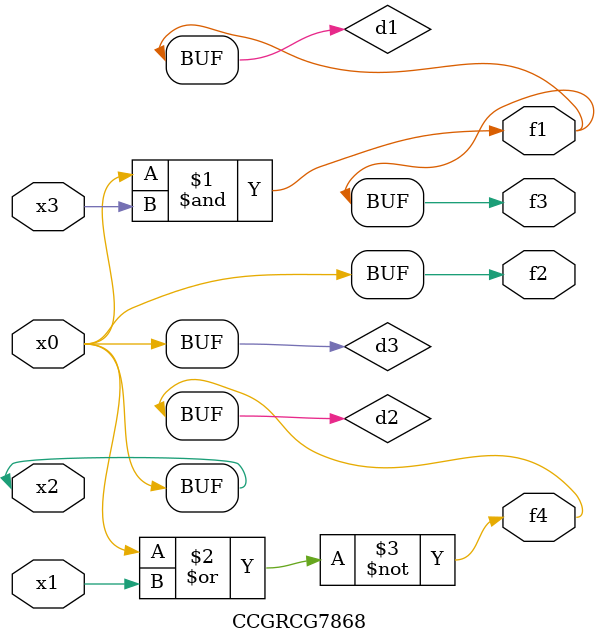
<source format=v>
module CCGRCG7868(
	input x0, x1, x2, x3,
	output f1, f2, f3, f4
);

	wire d1, d2, d3;

	and (d1, x2, x3);
	nor (d2, x0, x1);
	buf (d3, x0, x2);
	assign f1 = d1;
	assign f2 = d3;
	assign f3 = d1;
	assign f4 = d2;
endmodule

</source>
